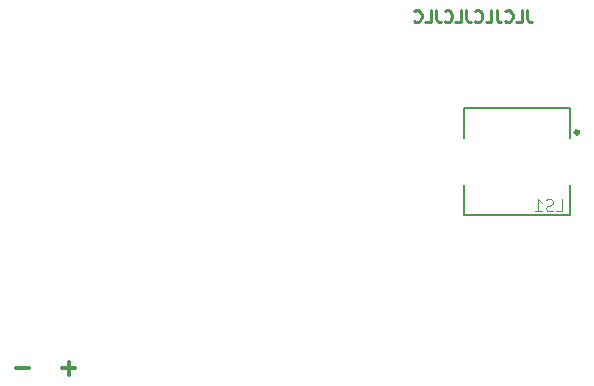
<source format=gbr>
G04 #@! TF.GenerationSoftware,KiCad,Pcbnew,5.1.2*
G04 #@! TF.CreationDate,2019-05-26T21:34:20-05:00*
G04 #@! TF.ProjectId,badge,62616467-652e-46b6-9963-61645f706362,rev?*
G04 #@! TF.SameCoordinates,Original*
G04 #@! TF.FileFunction,Legend,Bot*
G04 #@! TF.FilePolarity,Positive*
%FSLAX46Y46*%
G04 Gerber Fmt 4.6, Leading zero omitted, Abs format (unit mm)*
G04 Created by KiCad (PCBNEW 5.1.2) date 2019-05-26 21:34:20*
%MOMM*%
%LPD*%
G04 APERTURE LIST*
%ADD10C,0.250000*%
%ADD11C,0.300000*%
%ADD12C,0.127000*%
%ADD13C,0.050000*%
G04 APERTURE END LIST*
D10*
X127439047Y-101499380D02*
X127439047Y-102213666D01*
X127486666Y-102356523D01*
X127581904Y-102451761D01*
X127724761Y-102499380D01*
X127820000Y-102499380D01*
X126486666Y-102499380D02*
X126962857Y-102499380D01*
X126962857Y-101499380D01*
X125581904Y-102404142D02*
X125629523Y-102451761D01*
X125772380Y-102499380D01*
X125867619Y-102499380D01*
X126010476Y-102451761D01*
X126105714Y-102356523D01*
X126153333Y-102261285D01*
X126200952Y-102070809D01*
X126200952Y-101927952D01*
X126153333Y-101737476D01*
X126105714Y-101642238D01*
X126010476Y-101547000D01*
X125867619Y-101499380D01*
X125772380Y-101499380D01*
X125629523Y-101547000D01*
X125581904Y-101594619D01*
X124867619Y-101499380D02*
X124867619Y-102213666D01*
X124915238Y-102356523D01*
X125010476Y-102451761D01*
X125153333Y-102499380D01*
X125248571Y-102499380D01*
X123915238Y-102499380D02*
X124391428Y-102499380D01*
X124391428Y-101499380D01*
X123010476Y-102404142D02*
X123058095Y-102451761D01*
X123200952Y-102499380D01*
X123296190Y-102499380D01*
X123439047Y-102451761D01*
X123534285Y-102356523D01*
X123581904Y-102261285D01*
X123629523Y-102070809D01*
X123629523Y-101927952D01*
X123581904Y-101737476D01*
X123534285Y-101642238D01*
X123439047Y-101547000D01*
X123296190Y-101499380D01*
X123200952Y-101499380D01*
X123058095Y-101547000D01*
X123010476Y-101594619D01*
X122296190Y-101499380D02*
X122296190Y-102213666D01*
X122343809Y-102356523D01*
X122439047Y-102451761D01*
X122581904Y-102499380D01*
X122677142Y-102499380D01*
X121343809Y-102499380D02*
X121820000Y-102499380D01*
X121820000Y-101499380D01*
X120439047Y-102404142D02*
X120486666Y-102451761D01*
X120629523Y-102499380D01*
X120724761Y-102499380D01*
X120867619Y-102451761D01*
X120962857Y-102356523D01*
X121010476Y-102261285D01*
X121058095Y-102070809D01*
X121058095Y-101927952D01*
X121010476Y-101737476D01*
X120962857Y-101642238D01*
X120867619Y-101547000D01*
X120724761Y-101499380D01*
X120629523Y-101499380D01*
X120486666Y-101547000D01*
X120439047Y-101594619D01*
X119724761Y-101499380D02*
X119724761Y-102213666D01*
X119772380Y-102356523D01*
X119867619Y-102451761D01*
X120010476Y-102499380D01*
X120105714Y-102499380D01*
X118772380Y-102499380D02*
X119248571Y-102499380D01*
X119248571Y-101499380D01*
X117867619Y-102404142D02*
X117915238Y-102451761D01*
X118058095Y-102499380D01*
X118153333Y-102499380D01*
X118296190Y-102451761D01*
X118391428Y-102356523D01*
X118439047Y-102261285D01*
X118486666Y-102070809D01*
X118486666Y-101927952D01*
X118439047Y-101737476D01*
X118391428Y-101642238D01*
X118296190Y-101547000D01*
X118153333Y-101499380D01*
X118058095Y-101499380D01*
X117915238Y-101547000D01*
X117867619Y-101594619D01*
D11*
X89191428Y-131804142D02*
X88048571Y-131804142D01*
X88620000Y-132375571D02*
X88620000Y-131232714D01*
X85291428Y-131754142D02*
X84148571Y-131754142D01*
D12*
X131045000Y-112305000D02*
X131045000Y-109805000D01*
X131045000Y-109805000D02*
X122045000Y-109805000D01*
X122045000Y-109805000D02*
X122045000Y-112305000D01*
X122045000Y-116305000D02*
X122045000Y-118805000D01*
X122045000Y-118805000D02*
X131045000Y-118805000D01*
X131045000Y-118805000D02*
X131045000Y-116305000D01*
D11*
X131795000Y-111805000D02*
G75*
G03X131795000Y-111805000I-150000J0D01*
G01*
D13*
X129914072Y-118508235D02*
X130391162Y-118508235D01*
X130391162Y-117506345D01*
X129627817Y-118460526D02*
X129484690Y-118508235D01*
X129246145Y-118508235D01*
X129150727Y-118460526D01*
X129103018Y-118412817D01*
X129055309Y-118317399D01*
X129055309Y-118221981D01*
X129103018Y-118126563D01*
X129150727Y-118078854D01*
X129246145Y-118031145D01*
X129436981Y-117983436D01*
X129532399Y-117935727D01*
X129580108Y-117888018D01*
X129627817Y-117792600D01*
X129627817Y-117697182D01*
X129580108Y-117601764D01*
X129532399Y-117554055D01*
X129436981Y-117506345D01*
X129198436Y-117506345D01*
X129055309Y-117554055D01*
X128101128Y-118508235D02*
X128673636Y-118508235D01*
X128387382Y-118508235D02*
X128387382Y-117506345D01*
X128482800Y-117649473D01*
X128578218Y-117744891D01*
X128673636Y-117792600D01*
M02*

</source>
